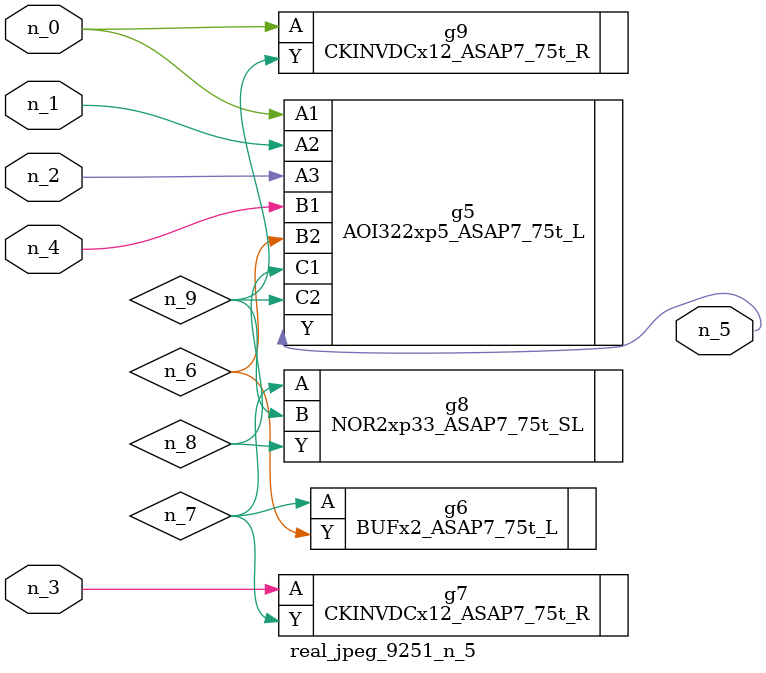
<source format=v>
module real_jpeg_9251_n_5 (n_4, n_0, n_1, n_2, n_3, n_5);

input n_4;
input n_0;
input n_1;
input n_2;
input n_3;

output n_5;

wire n_8;
wire n_6;
wire n_7;
wire n_9;

AOI322xp5_ASAP7_75t_L g5 ( 
.A1(n_0),
.A2(n_1),
.A3(n_2),
.B1(n_4),
.B2(n_6),
.C1(n_8),
.C2(n_9),
.Y(n_5)
);

CKINVDCx12_ASAP7_75t_R g9 ( 
.A(n_0),
.Y(n_9)
);

CKINVDCx12_ASAP7_75t_R g7 ( 
.A(n_3),
.Y(n_7)
);

BUFx2_ASAP7_75t_L g6 ( 
.A(n_7),
.Y(n_6)
);

NOR2xp33_ASAP7_75t_SL g8 ( 
.A(n_7),
.B(n_9),
.Y(n_8)
);


endmodule
</source>
